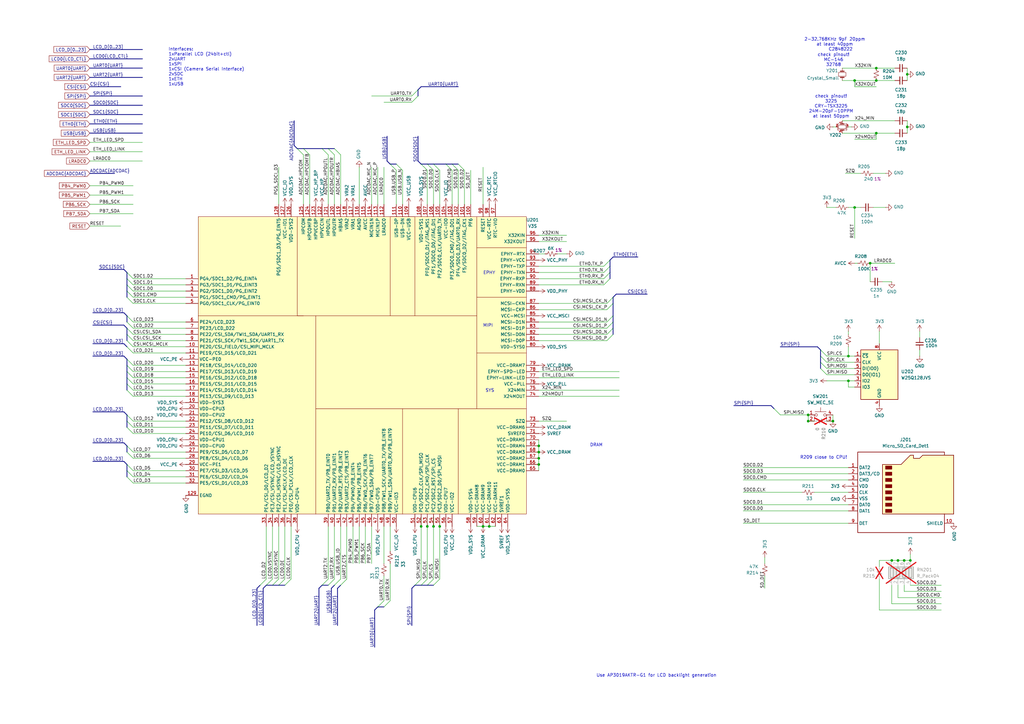
<source format=kicad_sch>
(kicad_sch (version 20231120) (generator "eeschema") (generator_version "8.0")
  (paper "A3")
  (title_block (date "2024-03-23"))
  (bus_alias "ADCDAC" (members "MIC_P" "MIC_N" "HBIAS" "HPOUTR" "HPOUTL" "HPCOM" "HPCOMFB"))
  (bus_alias "CSI" (members "MCSI_MCLK" "CSI_SCK" "CSI_SDA" "MCSI_D0_N" "MCSI_D0_P" "MCSI_D1_N" "MCSI_D1_P" "MCSI_CK_N" "MCSI_CK_P"))
  (bus_alias "ETH" (members "TX_P" "TX_N" "RX_P" "RX_N"))
  (bus_alias "I2C" (members "SDA" "SCL"))
  (bus_alias "LCD_CTL" (members "VSYNC" "HSYNC" "DE" "CLK"))
  (bus_alias "SDC" (members "D0" "D1" "D2" "D3" "CMD" "CLK"))
  (bus_alias "SPI" (members "CLK" "MISO" "MOSI" "CS"))
  (bus_alias "UART" (members "RX" "TX" "RTS" "CTS"))
  (bus_alias "USB" (members "USB_P" "USB_N" "USB_ID"))
  (junction (at 372.11 52.07))
  (junction (at 347.98 146.05))
  (junction (at 175.26 215.9))
  (junction (at 220.98 187.96))
  (junction (at 331.47 170.18))
  (junction (at 370.84 229.87))
  (junction (at 373.38 229.87))
  (junction (at 341.63 172.72))
  (junction (at 372.11 30.48))
  (junction (at 347.98 156.21))
  (junction (at 331.47 172.72))
  (junction (at 180.34 215.9))
  (junction (at 359.41 54.61))
  (junction (at 220.98 190.5))
  (junction (at 177.8 215.9))
  (junction (at 359.41 33.02))
  (junction (at 220.98 182.88))
  (junction (at 356.87 107.95))
  (junction (at 198.12 215.9))
  (junction (at 172.72 215.9))
  (junction (at 359.41 27.94))
  (junction (at 350.52 85.09))
  (junction (at 350.52 33.02))
  (junction (at 365.76 229.87))
  (junction (at 200.66 215.9))
  (junction (at 368.3 229.87))
  (junction (at 220.98 185.42))
  (bus_entry (at 160.02 67.31) (size 2.54 2.54))
  (bus_entry (at 52.07 116.84) (size 2.54 2.54))
  (bus_entry (at 52.07 172.72) (size 2.54 2.54))
  (bus_entry (at 52.07 129.54) (size 2.54 2.54))
  (bus_entry (at 250.19 106.68) (size -2.54 2.54))
  (bus_entry (at 132.08 240.03) (size 2.54 -2.54))
  (bus_entry (at 336.55 148.59) (size 2.54 2.54))
  (bus_entry (at 154.94 248.92) (size 2.54 -2.54))
  (bus_entry (at 52.07 182.88) (size 2.54 2.54))
  (bus_entry (at 52.07 137.16) (size 2.54 2.54))
  (bus_entry (at 52.07 154.94) (size 2.54 2.54))
  (bus_entry (at 52.07 139.7) (size 2.54 2.54))
  (bus_entry (at 172.72 67.31) (size 2.54 2.54))
  (bus_entry (at 52.07 111.76) (size 2.54 2.54))
  (bus_entry (at 52.07 132.08) (size 2.54 2.54))
  (bus_entry (at 185.42 67.31) (size 2.54 2.54))
  (bus_entry (at 251.46 129.54) (size -2.54 2.54))
  (bus_entry (at 250.19 111.76) (size -2.54 2.54))
  (bus_entry (at 336.55 146.05) (size 2.54 2.54))
  (bus_entry (at 251.46 134.62) (size -2.54 2.54))
  (bus_entry (at 52.07 175.26) (size 2.54 2.54))
  (bus_entry (at 52.07 147.32) (size 2.54 2.54))
  (bus_entry (at 134.62 60.96) (size 2.54 2.54))
  (bus_entry (at 170.18 240.03) (size 2.54 -2.54))
  (bus_entry (at 52.07 160.02) (size 2.54 2.54))
  (bus_entry (at 116.84 237.49) (size -2.54 2.54))
  (bus_entry (at 139.7 240.03) (size 2.54 -2.54))
  (bus_entry (at 171.45 39.37) (size -2.54 2.54))
  (bus_entry (at 317.5 167.64) (size 2.54 2.54))
  (bus_entry (at 52.07 195.58) (size 2.54 2.54))
  (bus_entry (at 172.72 240.03) (size 2.54 -2.54))
  (bus_entry (at 251.46 132.08) (size -2.54 2.54))
  (bus_entry (at 162.56 67.31) (size 2.54 2.54))
  (bus_entry (at 250.19 109.22) (size -2.54 2.54))
  (bus_entry (at 182.88 67.31) (size 2.54 2.54))
  (bus_entry (at 52.07 190.5) (size 2.54 2.54))
  (bus_entry (at 52.07 114.3) (size 2.54 2.54))
  (bus_entry (at 177.8 240.03) (size 2.54 -2.54))
  (bus_entry (at 251.46 121.92) (size -2.54 2.54))
  (bus_entry (at 52.07 170.18) (size 2.54 2.54))
  (bus_entry (at 137.16 60.96) (size 2.54 2.54))
  (bus_entry (at 175.26 67.31) (size 2.54 2.54))
  (bus_entry (at 114.3 237.49) (size -2.54 2.54))
  (bus_entry (at 171.45 36.83) (size -2.54 2.54))
  (bus_entry (at 157.48 248.92) (size 2.54 -2.54))
  (bus_entry (at 137.16 240.03) (size 2.54 -2.54))
  (bus_entry (at 251.46 137.16) (size -2.54 2.54))
  (bus_entry (at 52.07 193.04) (size 2.54 2.54))
  (bus_entry (at 52.07 149.86) (size 2.54 2.54))
  (bus_entry (at 52.07 152.4) (size 2.54 2.54))
  (bus_entry (at 52.07 119.38) (size 2.54 2.54))
  (bus_entry (at 106.68 240.03) (size 2.54 -2.54))
  (bus_entry (at 52.07 121.92) (size 2.54 2.54))
  (bus_entry (at 134.62 240.03) (size 2.54 -2.54))
  (bus_entry (at 52.07 142.24) (size 2.54 2.54))
  (bus_entry (at 124.46 60.96) (size 2.54 2.54))
  (bus_entry (at 111.76 237.49) (size -2.54 2.54))
  (bus_entry (at 187.96 67.31) (size 2.54 2.54))
  (bus_entry (at 175.26 240.03) (size 2.54 -2.54))
  (bus_entry (at 52.07 157.48) (size 2.54 2.54))
  (bus_entry (at 250.19 114.3) (size -2.54 2.54))
  (bus_entry (at 177.8 67.31) (size 2.54 2.54))
  (bus_entry (at 336.55 151.13) (size 2.54 2.54))
  (bus_entry (at 132.08 60.96) (size 2.54 2.54))
  (bus_entry (at 52.07 134.62) (size 2.54 2.54))
  (bus_entry (at 121.92 60.96) (size 2.54 2.54))
  (bus_entry (at 336.55 143.51) (size 2.54 2.54))
  (bus_entry (at 52.07 185.42) (size 2.54 2.54))
  (bus_entry (at 119.38 237.49) (size -2.54 2.54))
  (bus_entry (at 251.46 124.46) (size -2.54 2.54))
  (wire (pts (xy 152.4 39.37) (xy 168.91 39.37)))
  (wire (pts (xy 54.61 198.12) (xy 76.2 198.12)))
  (wire (pts (xy 36.83 80.01) (xy 54.61 80.01)))
  (wire (pts (xy 190.5 69.85) (xy 190.5 83.82)))
  (wire (pts (xy 350.52 33.02) (xy 350.52 35.56)))
  (wire (pts (xy 350.52 35.56) (xy 359.41 35.56)))
  (wire (pts (xy 154.94 83.82) (xy 154.94 68.58)))
  (wire (pts (xy 220.98 172.72) (xy 232.41 172.72)))
  (wire (pts (xy 331.47 172.72) (xy 334.01 172.72)))
  (wire (pts (xy 54.61 121.92) (xy 76.2 121.92)))
  (wire (pts (xy 198.12 215.9) (xy 200.66 215.9)))
  (wire (pts (xy 54.61 144.78) (xy 76.2 144.78)))
  (bus (pts (xy 46.99 71.12) (xy 36.83 71.12)))
  (wire (pts (xy 193.04 69.85) (xy 193.04 83.82)))
  (wire (pts (xy 359.41 54.61) (xy 367.03 54.61)))
  (bus (pts (xy 185.42 67.31) (xy 187.96 67.31)))
  (wire (pts (xy 372.11 49.53) (xy 372.11 52.07)))
  (wire (pts (xy 54.61 149.86) (xy 76.2 149.86)))
  (bus (pts (xy 50.8 140.97) (xy 52.07 142.24)))
  (wire (pts (xy 304.8 194.31) (xy 347.98 194.31)))
  (wire (pts (xy 187.96 69.85) (xy 187.96 83.82)))
  (wire (pts (xy 36.83 58.42) (xy 58.42 58.42)))
  (wire (pts (xy 373.38 240.03) (xy 386.08 240.03)))
  (wire (pts (xy 220.98 132.08) (xy 248.92 132.08)))
  (bus (pts (xy 120.65 59.69) (xy 121.92 60.96)))
  (wire (pts (xy 180.34 215.9) (xy 180.34 237.49)))
  (wire (pts (xy 304.8 209.55) (xy 347.98 209.55)))
  (bus (pts (xy 38.1 140.97) (xy 50.8 140.97)))
  (wire (pts (xy 54.61 185.42) (xy 76.2 185.42)))
  (bus (pts (xy 114.3 240.03) (xy 116.84 240.03)))
  (wire (pts (xy 365.76 229.87) (xy 368.3 229.87)))
  (bus (pts (xy 336.55 143.51) (xy 336.55 146.05)))
  (wire (pts (xy 152.4 83.82) (xy 152.4 68.58)))
  (bus (pts (xy 138.43 241.3) (xy 138.43 256.54)))
  (bus (pts (xy 52.07 116.84) (xy 52.07 119.38)))
  (wire (pts (xy 359.41 54.61) (xy 359.41 57.15)))
  (bus (pts (xy 38.1 146.05) (xy 50.8 146.05)))
  (wire (pts (xy 339.09 148.59) (xy 350.52 148.59)))
  (bus (pts (xy 158.75 66.04) (xy 158.75 55.88)))
  (bus (pts (xy 38.1 133.35) (xy 50.8 133.35)))
  (bus (pts (xy 36.83 54.61) (xy 58.42 54.61)))
  (bus (pts (xy 52.07 132.08) (xy 52.07 129.54)))
  (bus (pts (xy 107.95 241.3) (xy 107.95 256.54)))
  (wire (pts (xy 373.38 227.33) (xy 373.38 229.87)))
  (wire (pts (xy 180.34 212.09) (xy 180.34 215.9)))
  (wire (pts (xy 370.84 240.03) (xy 370.84 242.57)))
  (wire (pts (xy 195.58 215.9) (xy 198.12 215.9)))
  (wire (pts (xy 220.98 154.94) (xy 254 154.94)))
  (wire (pts (xy 134.62 83.82) (xy 134.62 63.5)))
  (bus (pts (xy 52.07 172.72) (xy 52.07 175.26)))
  (bus (pts (xy 52.07 147.32) (xy 52.07 149.86)))
  (bus (pts (xy 36.83 31.75) (xy 58.42 31.75)))
  (bus (pts (xy 50.8 128.27) (xy 52.07 129.54)))
  (wire (pts (xy 368.3 245.11) (xy 386.08 245.11)))
  (wire (pts (xy 372.11 27.94) (xy 372.11 30.48)))
  (wire (pts (xy 372.11 30.48) (xy 372.11 33.02)))
  (wire (pts (xy 54.61 160.02) (xy 76.2 160.02)))
  (wire (pts (xy 160.02 215.9) (xy 160.02 226.06)))
  (bus (pts (xy 36.83 24.13) (xy 58.42 24.13)))
  (wire (pts (xy 339.09 151.13) (xy 350.52 151.13)))
  (wire (pts (xy 360.68 232.41) (xy 360.68 229.87)))
  (wire (pts (xy 139.7 215.9) (xy 139.7 237.49)))
  (bus (pts (xy 250.19 106.68) (xy 250.19 109.22)))
  (wire (pts (xy 149.86 215.9) (xy 149.86 231.14)))
  (wire (pts (xy 127 63.5) (xy 127 83.82)))
  (wire (pts (xy 220.98 162.56) (xy 254 162.56)))
  (bus (pts (xy 36.83 46.99) (xy 58.42 46.99)))
  (wire (pts (xy 160.02 231.14) (xy 160.02 246.38)))
  (wire (pts (xy 220.98 116.84) (xy 247.65 116.84)))
  (bus (pts (xy 154.94 248.92) (xy 157.48 248.92)))
  (bus (pts (xy 252.73 120.65) (xy 251.46 121.92)))
  (bus (pts (xy 50.8 133.35) (xy 52.07 134.62)))
  (bus (pts (xy 250.19 106.68) (xy 251.46 105.41)))
  (wire (pts (xy 356.87 107.95) (xy 356.87 115.57)))
  (wire (pts (xy 177.8 215.9) (xy 177.8 237.49)))
  (wire (pts (xy 36.83 62.23) (xy 58.42 62.23)))
  (wire (pts (xy 54.61 195.58) (xy 76.2 195.58)))
  (wire (pts (xy 54.61 116.84) (xy 76.2 116.84)))
  (bus (pts (xy 251.46 134.62) (xy 251.46 137.16)))
  (wire (pts (xy 220.98 109.22) (xy 247.65 109.22)))
  (wire (pts (xy 304.8 196.85) (xy 347.98 196.85)))
  (wire (pts (xy 304.8 191.77) (xy 347.98 191.77)))
  (wire (pts (xy 54.61 132.08) (xy 76.2 132.08)))
  (wire (pts (xy 339.09 146.05) (xy 347.98 146.05)))
  (wire (pts (xy 220.98 180.34) (xy 220.98 182.88)))
  (wire (pts (xy 220.98 124.46) (xy 248.92 124.46)))
  (wire (pts (xy 220.98 152.4) (xy 254 152.4)))
  (bus (pts (xy 52.07 114.3) (xy 52.07 116.84)))
  (bus (pts (xy 38.1 168.91) (xy 50.8 168.91)))
  (bus (pts (xy 175.26 67.31) (xy 177.8 67.31)))
  (wire (pts (xy 339.09 172.72) (xy 341.63 172.72)))
  (wire (pts (xy 368.3 240.03) (xy 368.3 245.11)))
  (wire (pts (xy 157.48 83.82) (xy 157.48 68.58)))
  (wire (pts (xy 36.83 76.2) (xy 54.61 76.2)))
  (bus (pts (xy 111.76 240.03) (xy 114.3 240.03)))
  (bus (pts (xy 38.1 189.23) (xy 50.8 189.23)))
  (bus (pts (xy 172.72 35.56) (xy 187.96 35.56)))
  (bus (pts (xy 130.81 241.3) (xy 130.81 256.54)))
  (wire (pts (xy 175.26 69.85) (xy 175.26 83.82)))
  (wire (pts (xy 360.68 229.87) (xy 365.76 229.87)))
  (wire (pts (xy 313.69 236.22) (xy 313.69 241.3)))
  (bus (pts (xy 109.22 240.03) (xy 111.76 240.03)))
  (bus (pts (xy 120.65 59.69) (xy 120.65 49.53)))
  (wire (pts (xy 185.42 69.85) (xy 185.42 83.82)))
  (bus (pts (xy 50.8 189.23) (xy 52.07 190.5)))
  (wire (pts (xy 220.98 187.96) (xy 220.98 190.5)))
  (wire (pts (xy 377.19 135.89) (xy 377.19 138.43)))
  (wire (pts (xy 54.61 162.56) (xy 76.2 162.56)))
  (wire (pts (xy 142.24 215.9) (xy 142.24 237.49)))
  (bus (pts (xy 52.07 134.62) (xy 52.07 137.16)))
  (bus (pts (xy 154.94 248.92) (xy 153.67 250.19)))
  (wire (pts (xy 370.84 229.87) (xy 373.38 229.87)))
  (wire (pts (xy 320.04 170.18) (xy 331.47 170.18)))
  (wire (pts (xy 172.72 215.9) (xy 172.72 237.49)))
  (bus (pts (xy 124.46 60.96) (xy 132.08 60.96)))
  (wire (pts (xy 54.61 152.4) (xy 76.2 152.4)))
  (wire (pts (xy 198.12 83.82) (xy 198.12 68.58)))
  (bus (pts (xy 58.42 50.8) (xy 36.83 50.8)))
  (wire (pts (xy 220.98 99.06) (xy 232.41 99.06)))
  (bus (pts (xy 335.28 142.24) (xy 320.04 142.24)))
  (bus (pts (xy 251.46 124.46) (xy 251.46 129.54)))
  (wire (pts (xy 345.44 27.94) (xy 359.41 27.94)))
  (bus (pts (xy 134.62 60.96) (xy 137.16 60.96)))
  (bus (pts (xy 171.45 66.04) (xy 171.45 55.88)))
  (wire (pts (xy 361.95 115.57) (xy 365.76 115.57)))
  (wire (pts (xy 359.41 27.94) (xy 367.03 27.94)))
  (wire (pts (xy 157.48 41.91) (xy 168.91 41.91)))
  (wire (pts (xy 119.38 215.9) (xy 119.38 237.49)))
  (bus (pts (xy 121.92 60.96) (xy 124.46 60.96)))
  (wire (pts (xy 165.1 69.85) (xy 165.1 83.82)))
  (wire (pts (xy 137.16 83.82) (xy 137.16 63.5)))
  (bus (pts (xy 132.08 60.96) (xy 134.62 60.96)))
  (wire (pts (xy 347.98 135.89) (xy 347.98 137.16)))
  (wire (pts (xy 347.98 85.09) (xy 350.52 85.09)))
  (bus (pts (xy 316.23 166.37) (xy 317.5 167.64)))
  (wire (pts (xy 359.41 33.02) (xy 367.03 33.02)))
  (wire (pts (xy 304.8 207.01) (xy 347.98 207.01)))
  (wire (pts (xy 137.16 215.9) (xy 137.16 237.49)))
  (bus (pts (xy 336.55 146.05) (xy 336.55 148.59)))
  (wire (pts (xy 177.8 212.09) (xy 177.8 215.9)))
  (bus (pts (xy 168.91 241.3) (xy 168.91 256.54)))
  (bus (pts (xy 36.83 20.32) (xy 58.42 20.32)))
  (wire (pts (xy 304.8 214.63) (xy 347.98 214.63)))
  (wire (pts (xy 147.32 83.82) (xy 147.32 68.58)))
  (wire (pts (xy 347.98 156.21) (xy 347.98 158.75)))
  (wire (pts (xy 220.98 185.42) (xy 220.98 187.96)))
  (bus (pts (xy 171.45 36.83) (xy 171.45 39.37)))
  (bus (pts (xy 52.07 149.86) (xy 52.07 152.4)))
  (wire (pts (xy 358.14 71.12) (xy 363.22 71.12)))
  (wire (pts (xy 349.25 52.07) (xy 347.98 52.07)))
  (wire (pts (xy 144.78 215.9) (xy 144.78 231.14)))
  (bus (pts (xy 52.07 182.88) (xy 52.07 185.42)))
  (wire (pts (xy 347.98 146.05) (xy 350.52 146.05)))
  (wire (pts (xy 347.98 156.21) (xy 350.52 156.21)))
  (wire (pts (xy 334.01 201.93) (xy 347.98 201.93)))
  (wire (pts (xy 377.19 143.51) (xy 377.19 146.05)))
  (wire (pts (xy 54.61 175.26) (xy 76.2 175.26)))
  (wire (pts (xy 331.47 170.18) (xy 331.47 172.72)))
  (bus (pts (xy 158.75 66.04) (xy 160.02 67.31)))
  (wire (pts (xy 54.61 187.96) (xy 76.2 187.96)))
  (wire (pts (xy 200.66 215.9) (xy 203.2 215.9)))
  (wire (pts (xy 54.61 154.94) (xy 76.2 154.94)))
  (bus (pts (xy 52.07 190.5) (xy 52.07 193.04)))
  (wire (pts (xy 114.3 83.82) (xy 114.3 68.58)))
  (bus (pts (xy 52.07 152.4) (xy 52.07 154.94)))
  (wire (pts (xy 368.3 229.87) (xy 370.84 229.87)))
  (wire (pts (xy 346.71 71.12) (xy 353.06 71.12)))
  (wire (pts (xy 220.98 134.62) (xy 248.92 134.62)))
  (bus (pts (xy 52.07 119.38) (xy 52.07 121.92)))
  (wire (pts (xy 360.68 237.49) (xy 360.68 250.19)))
  (wire (pts (xy 134.62 215.9) (xy 134.62 237.49)))
  (wire (pts (xy 220.98 139.7) (xy 248.92 139.7)))
  (bus (pts (xy 168.91 241.3) (xy 170.18 240.03)))
  (wire (pts (xy 54.61 177.8) (xy 76.2 177.8)))
  (wire (pts (xy 350.52 107.95) (xy 351.79 107.95)))
  (wire (pts (xy 220.98 137.16) (xy 248.92 137.16)))
  (bus (pts (xy 153.67 250.19) (xy 153.67 265.43)))
  (bus (pts (xy 36.83 39.37) (xy 58.42 39.37)))
  (wire (pts (xy 36.83 66.04) (xy 58.42 66.04)))
  (bus (pts (xy 132.08 240.03) (xy 134.62 240.03)))
  (bus (pts (xy 105.41 241.3) (xy 106.68 240.03)))
  (bus (pts (xy 50.8 181.61) (xy 52.07 182.88)))
  (bus (pts (xy 251.46 121.92) (xy 251.46 124.46)))
  (wire (pts (xy 109.22 215.9) (xy 109.22 237.49)))
  (wire (pts (xy 350.52 85.09) (xy 350.52 97.79)))
  (wire (pts (xy 54.61 119.38) (xy 76.2 119.38)))
  (wire (pts (xy 356.87 107.95) (xy 367.03 107.95)))
  (wire (pts (xy 360.68 135.89) (xy 360.68 140.97)))
  (bus (pts (xy 172.72 67.31) (xy 175.26 67.31)))
  (bus (pts (xy 182.88 67.31) (xy 185.42 67.31)))
  (bus (pts (xy 52.07 137.16) (xy 52.07 139.7)))
  (wire (pts (xy 220.98 127) (xy 248.92 127)))
  (bus (pts (xy 251.46 129.54) (xy 251.46 132.08)))
  (wire (pts (xy 220.98 160.02) (xy 254 160.02)))
  (wire (pts (xy 36.83 83.82) (xy 54.61 83.82)))
  (bus (pts (xy 171.45 36.83) (xy 172.72 35.56)))
  (wire (pts (xy 220.98 182.88) (xy 220.98 185.42)))
  (bus (pts (xy 105.41 241.3) (xy 105.41 256.54)))
  (bus (pts (xy 52.07 154.94) (xy 52.07 157.48)))
  (wire (pts (xy 350.52 33.02) (xy 359.41 33.02)))
  (wire (pts (xy 36.83 87.63) (xy 54.61 87.63)))
  (bus (pts (xy 36.83 35.56) (xy 49.53 35.56)))
  (wire (pts (xy 345.44 54.61) (xy 359.41 54.61)))
  (wire (pts (xy 370.84 242.57) (xy 386.08 242.57)))
  (bus (pts (xy 50.8 146.05) (xy 52.07 147.32)))
  (wire (pts (xy 162.56 69.85) (xy 162.56 83.82)))
  (wire (pts (xy 172.72 212.09) (xy 172.72 215.9)))
  (bus (pts (xy 38.1 128.27) (xy 50.8 128.27)))
  (wire (pts (xy 220.98 114.3) (xy 247.65 114.3)))
  (bus (pts (xy 50.8 110.49) (xy 40.64 110.49)))
  (bus (pts (xy 170.18 240.03) (xy 172.72 240.03)))
  (wire (pts (xy 177.8 69.85) (xy 177.8 83.82)))
  (wire (pts (xy 313.69 228.6) (xy 313.69 231.14)))
  (wire (pts (xy 54.61 172.72) (xy 76.2 172.72)))
  (wire (pts (xy 54.61 134.62) (xy 76.2 134.62)))
  (wire (pts (xy 175.26 212.09) (xy 175.26 215.9)))
  (bus (pts (xy 50.8 110.49) (xy 52.07 111.76)))
  (bus (pts (xy 336.55 148.59) (xy 336.55 151.13)))
  (wire (pts (xy 54.61 139.7) (xy 76.2 139.7)))
  (wire (pts (xy 54.61 157.48) (xy 76.2 157.48)))
  (wire (pts (xy 342.9 52.07) (xy 341.63 52.07)))
  (wire (pts (xy 220.98 111.76) (xy 247.65 111.76)))
  (bus (pts (xy 50.8 168.91) (xy 52.07 170.18)))
  (wire (pts (xy 304.8 201.93) (xy 328.93 201.93)))
  (bus (pts (xy 130.81 241.3) (xy 132.08 240.03)))
  (wire (pts (xy 353.06 85.09) (xy 350.52 85.09)))
  (wire (pts (xy 228.6 104.14) (xy 232.41 104.14)))
  (wire (pts (xy 54.61 114.3) (xy 76.2 114.3)))
  (bus (pts (xy 175.26 240.03) (xy 177.8 240.03)))
  (wire (pts (xy 116.84 215.9) (xy 116.84 237.49)))
  (wire (pts (xy 220.98 104.14) (xy 223.52 104.14)))
  (wire (pts (xy 358.14 85.09) (xy 363.22 85.09)))
  (wire (pts (xy 157.48 215.9) (xy 157.48 231.14)))
  (wire (pts (xy 54.61 124.46) (xy 76.2 124.46)))
  (wire (pts (xy 339.09 156.21) (xy 347.98 156.21)))
  (wire (pts (xy 54.61 142.24) (xy 76.2 142.24)))
  (wire (pts (xy 345.44 33.02) (xy 350.52 33.02)))
  (wire (pts (xy 157.48 236.22) (xy 157.48 246.38)))
  (bus (pts (xy 251.46 105.41) (xy 261.62 105.41)))
  (wire (pts (xy 220.98 96.52) (xy 232.41 96.52)))
  (bus (pts (xy 251.46 132.08) (xy 251.46 134.62)))
  (wire (pts (xy 365.76 247.65) (xy 386.08 247.65)))
  (wire (pts (xy 111.76 215.9) (xy 111.76 237.49)))
  (wire (pts (xy 360.68 250.19) (xy 386.08 250.19)))
  (wire (pts (xy 347.98 142.24) (xy 347.98 146.05)))
  (bus (pts (xy 250.19 111.76) (xy 250.19 114.3)))
  (bus (pts (xy 316.23 166.37) (xy 300.99 166.37)))
  (bus (pts (xy 335.28 142.24) (xy 336.55 143.51)))
  (wire (pts (xy 114.3 215.9) (xy 114.3 237.49)))
  (wire (pts (xy 339.09 153.67) (xy 350.52 153.67)))
  (bus (pts (xy 52.07 157.48) (xy 52.07 160.02)))
  (wire (pts (xy 180.34 69.85) (xy 180.34 83.82)))
  (wire (pts (xy 152.4 215.9) (xy 152.4 231.14)))
  (bus (pts (xy 177.8 67.31) (xy 182.88 67.31)))
  (wire (pts (xy 341.63 170.18) (xy 341.63 172.72)))
  (bus (pts (xy 38.1 181.61) (xy 50.8 181.61)))
  (wire (pts (xy 139.7 83.82) (xy 139.7 63.5)))
  (wire (pts (xy 350.52 57.15) (xy 359.41 57.15)))
  (bus (pts (xy 135.89 241.3) (xy 135.89 251.46)))
  (bus (pts (xy 52.07 111.76) (xy 52.07 114.3)))
  (bus (pts (xy 172.72 240.03) (xy 175.26 240.03)))
  (bus (pts (xy 160.02 67.31) (xy 162.56 67.31)))
  (wire (pts (xy 49.53 92.71) (xy 36.83 92.71)))
  (bus (pts (xy 36.83 43.18) (xy 58.42 43.18)))
  (bus (pts (xy 250.19 109.22) (xy 250.19 111.76)))
  (wire (pts (xy 220.98 190.5) (xy 220.98 193.04)))
  (bus (pts (xy 107.95 241.3) (xy 109.22 240.03)))
  (wire (pts (xy 147.32 215.9) (xy 147.32 231.14)))
  (wire (pts (xy 124.46 63.5) (xy 124.46 83.82)))
  (bus (pts (xy 138.43 241.3) (xy 139.7 240.03)))
  (wire (pts (xy 339.09 85.09) (xy 342.9 85.09)))
  (wire (pts (xy 345.44 49.53) (xy 367.03 49.53)))
  (wire (pts (xy 54.61 193.04) (xy 76.2 193.04)))
  (wire (pts (xy 175.26 215.9) (xy 175.26 237.49)))
  (wire (pts (xy 372.11 52.07) (xy 372.11 54.61)))
  (bus (pts (xy 135.89 241.3) (xy 137.16 240.03)))
  (wire (pts (xy 54.61 137.16) (xy 76.2 137.16)))
  (wire (pts (xy 365.76 240.03) (xy 365.76 247.65)))
  (wire (pts (xy 347.98 158.75) (xy 350.52 158.75)))
  (bus (pts (xy 265.43 120.65) (xy 252.73 120.65)))
  (bus (pts (xy 52.07 193.04) (xy 52.07 195.58)))
  (bus (pts (xy 36.83 27.94) (xy 58.42 27.94)))
  (bus (pts (xy 52.07 170.18) (xy 52.07 172.72)))
  (bus (pts (xy 171.45 66.04) (xy 172.72 67.31)))
  (text "DRAM" (at 244.602 182.626 0) (effects (font (size 1.27 1.27))))
  (text "check pinout!\n3225\nCRY-TSX3225\n24M-20pF-10PPM\nat least 50ppm" (at 340.868 43.688 0) (effects (font (size 1.27 1.27))))
  (text "Interfaces:\n1xParallel LCD (24bit+ctl)\n2xUART\n1xSPI\n1xCSI (Camera Serial Interface)\n2xSDC\n1xETH\n1xUSB\n" (at 69.088 19.558 0) (effects (font (size 1.27 1.27)) (justify left top)))
  (text "EPHY\n" (at 200.66 112.014 0) (effects (font (size 1.27 1.27))))
  (text "2-32.768KHz 9pF 20ppm\nat least 40ppm\n	C2848222" (at 342.392 18.288 0) (effects (font (size 1.27 1.27))))
  (text "check pinout!\nMC-146\n32768" (at 341.884 24.638 0) (effects (font (size 1.27 1.27))))
  (text "R209 close to CPU!" (at 337.82 187.706 0) (effects (font (size 1.27 1.27))))
  (text "MIPI\n" (at 200.152 133.604 0) (effects (font (size 1.27 1.27))))
  (text "Use AP3019AKTR-G1 for LCD backlight generation" (at 269.24 277.114 0) (effects (font (size 1.27 1.27))))
  (text "SYS" (at 200.914 160.274 0) (effects (font (size 1.27 1.27))))
  (label "CSI.CSI_SCK" (at 54.61 139.7 0))
  (label "SDC0.D3" (at 375.92 242.57 0))
  (label "SPI.MOSI" (at 339.09 151.13 0))
  (label "SPI{SPI}" (at 300.99 166.37 0))
  (label "CSI.MCSI_D1_P" (at 234.95 134.62 0))
  (label "ETH0.TX_P" (at 237.49 109.22 0))
  (label "LCD_D[0..23]" (at 38.1 140.97 0))
  (label "SPI.MISO" (at 172.72 237.49 90))
  (label "LCD0.VSYNC" (at 111.76 237.49 90))
  (label "SPI.MISO" (at 321.31 170.18 0))
  (label "ETH0.RX_P" (at 237.49 114.3 0))
  (label "LCD_D[0..23]" (at 38.1 20.32 0))
  (label "SZQ" (at 346.71 71.12 0))
  (label "SDC1.CLK" (at 54.61 124.46 0))
  (label "UART2{UART}" (at 38.1 31.75 0))
  (label "LCD_D19" (at 54.61 152.4 0))
  (label "ADCDAC.MIC_N" (at 152.4 80.01 90))
  (label "CSI.MCSI_D0_P" (at 234.95 139.7 0))
  (label "UART2{UART}" (at 130.81 256.54 90))
  (label "CSI.MCSI_MCLK" (at 54.61 142.24 0))
  (label "LCD_D[0..23]" (at 38.1 146.05 0))
  (label "SDC0{SDC}" (at 38.1 43.18 0))
  (label "SD_DET" (at 313.69 241.3 90))
  (label "SDC0.D0" (at 304.8 209.55 0))
  (label "RESET" (at 350.52 97.79 90))
  (label "SDC0.D3" (at 304.8 194.31 0))
  (label "ETH_LED_LINK" (at 38.1 62.23 0))
  (label "SDC1.D0" (at 54.61 119.38 0))
  (label "CSI.MCSI_CK_P" (at 234.95 127 0))
  (label "LCD0{LCD_CTL}" (at 107.95 256.54 90))
  (label "SDC0.CMD" (at 185.42 78.74 90))
  (label "LCD_D12" (at 54.61 172.72 0))
  (label "UART0{UART}" (at 38.1 27.94 0))
  (label "RESET" (at 36.83 92.71 0))
  (label "ADCDAC.HPCOM" (at 124.46 80.01 90))
  (label "X24_MIN" (at 350.52 49.53 0))
  (label "PB6_SCK" (at 149.86 231.14 90))
  (label "SDC0.D1" (at 304.8 207.01 0))
  (label "SPI.CS" (at 177.8 237.49 90))
  (label "UART2.RX" (at 137.16 237.49 90))
  (label "SDC0.CLK" (at 304.8 201.93 0))
  (label "ETH0.TX_N" (at 237.49 111.76 0))
  (label "LCD0.CLK" (at 119.38 237.49 90))
  (label "LCD_D[0..23]" (at 38.1 181.61 0))
  (label "LCD_D2" (at 109.22 237.49 90))
  (label "ETH0.RX_N" (at 237.49 116.84 0))
  (label "LCD_D[0..23]" (at 105.41 254 90))
  (label "PB4_PWM0" (at 144.78 231.14 90))
  (label "ETH0{ETH}" (at 251.46 105.41 0))
  (label "SD_DET" (at 304.8 214.63 0))
  (label "LCD_D7" (at 54.61 185.42 0))
  (label "LCD_D20" (at 54.61 149.86 0))
  (label "LCD0.DE" (at 116.84 237.49 90))
  (label "UART0.RX" (at 160.02 246.38 90))
  (label "LCD_D[0..23]" (at 38.1 128.27 0))
  (label "SDC0.D3" (at 187.96 77.47 90))
  (label "SDC0.D0" (at 177.8 77.47 90))
  (label "ADCDAC.HBIAS" (at 139.7 80.01 90))
  (label "UART2.CTS" (at 142.24 237.49 90))
  (label "LCD_D21" (at 54.61 144.78 0))
  (label "ADCDAC.MIC_P" (at 154.94 80.01 90))
  (label "SDC1{SDC}" (at 40.64 110.49 0))
  (label "CSI{CSI}" (at 36.83 35.56 0))
  (label "SDC0.D1" (at 175.26 77.47 90))
  (label "USB{USB}" (at 158.75 55.88 270))
  (label "X24MOUT" (at 222.25 162.56 0))
  (label "LRADC0" (at 38.1 66.04 0))
  (label "CSI.MCSI_CK_N" (at 234.95 124.46 0))
  (label "SPI.MISO" (at 339.09 153.67 0))
  (label "LCD_D6" (at 54.61 187.96 0))
  (label "X32KOUT" (at 350.52 35.56 0))
  (label "CSI.MCSI_D1_N" (at 234.95 132.08 0))
  (label "SPI{SPI}" (at 320.04 142.24 0))
  (label "LCD_D23" (at 54.61 132.08 0))
  (label "LCD_D3" (at 54.61 198.12 0))
  (label "LCD0{LCD_CTL}" (at 38.1 24.13 0))
  (label "USB{USB}" (at 135.89 251.46 90))
  (label "SDC0.CMD" (at 304.8 196.85 0))
  (label "LCD_D13" (at 54.61 162.56 0))
  (label "X24MOUT" (at 350.52 57.15 0))
  (label "SDC1{SDC}" (at 38.1 46.99 0))
  (label "LCD_D18" (at 54.61 154.94 0))
  (label "SDC1.CMD" (at 54.61 121.92 0))
  (label "CSI{CSI}" (at 265.43 120.65 180))
  (label "LRADC0" (at 365.76 107.95 180))
  (label "ETH_LED_LINK" (at 222.25 154.94 0))
  (label "PB7_SDA" (at 152.4 231.14 90))
  (label "SPI.CLK" (at 339.09 148.59 0))
  (label "UART0.TX" (at 157.48 246.38 90))
  (label "USB.USB_N" (at 165.1 80.01 90))
  (label "LCD_D15" (at 54.61 157.48 0))
  (label "SZQ" (at 222.25 172.72 0))
  (label "USB.USB_P" (at 162.56 80.01 90))
  (label "SPI{SPI}" (at 38.1 39.37 0))
  (label "CSI.CSI_SDA" (at 54.61 137.16 0))
  (label "SPI.CLK" (at 175.26 237.49 90))
  (label "SDC0.D0" (at 375.92 250.19 0))
  (label "SDC0.D2" (at 304.8 191.77 0))
  (label "UART2{UART}" (at 138.43 256.54 90))
  (label "SPI.MOSI" (at 180.34 237.49 90))
  (label "UART0{UART}" (at 187.96 35.56 180))
  (label "RESET" (at 198.12 78.74 90))
  (label "LCD_D14" (at 54.61 160.02 0))
  (label "CSI.MCSI_D0_N" (at 234.95 137.16 0))
  (label "SDC0.D1" (at 375.92 247.65 0))
  (label "UART0{UART}" (at 153.67 265.43 90))
  (label "SPI{SPI}" (at 168.91 256.54 90))
  (label "USB{USB}" (at 38.1 54.61 0))
  (label "LRADC0" (at 157.48 80.01 90))
  (label "X32KIN" (at 350.52 27.94 0))
  (label "SDC1.D1" (at 54.61 116.84 0))
  (label "ADCDAC{ADCDAC}" (at 120.65 49.53 270))
  (label "LCD_D[0..23]" (at 38.1 189.23 0))
  (label "LCD_D10" (at 54.61 177.8 0))
  (label "UART0.TX" (at 168.91 39.37 180))
  (label "ETH_LED_SPD" (at 38.1 58.42 0))
  (label "ADCDAC.HPOUTL" (at 134.62 80.01 90))
  (label "ETH0{ETH}" (at 48.26 50.8 180))
  (label "USB.USB_ID" (at 139.7 224.79 270))
  (label "LCD_D4" (at 54.61 195.58 0))
  (label "SDC0.D2" (at 375.92 240.03 0))
  (label "SPI.CS" (at 339.09 146.05 0))
  (label "LCD0.HSYNC" (at 114.3 237.49 90))
  (label "SD_DET" (at 193.04 77.47 90))
  (label "LCD_D11" (at 54.61 175.26 0))
  (label "ADCDAC.HPCOMFB" (at 127 80.01 90))
  (label "SDC0{SDC}" (at 171.45 55.88 270))
  (label "ADCDAC.HPOUTR" (at 137.16 80.01 90))
  (label "PB6_SCK" (at 40.64 83.82 0))
  (label "SDC0.CLK" (at 180.34 78.74 90))
  (label "X32KOUT" (at 222.25 99.06 0))
  (label "UART0.RX" (at 168.91 41.91 180))
  (label "LCD_D[0..23]" (at 38.1 168.91 0))
  (label "SDC1.D2" (at 54.61 114.3 0))
  (label "ADCDAC{ADCDAC}" (at 36.83 71.12 0))
  (label "PB7_SDA" (at 40.64 87.63 0))
  (label "PB5_PWM1" (at 147.32 231.14 90))
  (label "LCD_D22" (at 54.61 134.62 0))
  (label "PB4_PWM0" (at 40.64 76.2 0))
  (label "X24_MIN" (at 222.25 160.02 0))
  (label "ETH_LED_SPD" (at 222.25 152.4 0))
  (label "LCD_D5" (at 54.61 193.04 0))
  (label "CSI{CSI}" (at 38.1 133.35 0))
  (label "PG5_SDCI_D3" (at 114.3 80.01 90))
  (label "SDC0.CMD" (at 375.92 245.11 0))
  (label "UART2.TX" (at 134.62 237.49 90))
  (label "X32KIN" (at 222.25 96.52 0))
  (label "SDC0.D2" (at 190.5 77.47 90))
  (label "PB5_PWM1" (at 40.64 80.01 0))
  (global_label "LCD0{LCD_CTL}" (shape input) (at 36.83 24.13 180) (property "Intersheetrefs" "${INTERSHEET_REFS}" (effects (hide yes))))
  (global_label "ADCDAC{ADCDAC}" (shape input) (at 36.83 71.12 180) (property "Intersheetrefs" "${INTERSHEET_REFS}" (effects (hide yes))))
  (global_label "UART0{UART}" (shape input) (at 36.83 27.94 180) (property "Intersheetrefs" "${INTERSHEET_REFS}" (effects (hide yes))))
  (global_label "PB4_PWM0" (shape input) (at 36.83 76.2 180) (property "Intersheetrefs" "${INTERSHEET_REFS}" (effects (hide yes))))
  (global_label "CSI{CSI}" (shape input) (at 36.83 35.56 180) (property "Intersheetrefs" "${INTERSHEET_REFS}" (effects (hide yes))))
  (global_label "USB{USB}" (shape input) (at 36.83 54.61 180) (property "Intersheetrefs" "${INTERSHEET_REFS}" (effects (hide yes))))
  (global_label "SDC1{SDC}" (shape input) (at 36.83 46.99 180) (property "Intersheetrefs" "${INTERSHEET_REFS}" (effects (hide yes))))
  (global_label "PB5_PWM1" (shape input) (at 36.83 80.01 180) (property "Intersheetrefs" "${INTERSHEET_REFS}" (effects (hide yes))))
  (global_label "RESET" (shape input) (at 36.83 92.71 180) (property "Intersheetrefs" "${INTERSHEET_REFS}" (effects (hide yes))))
  (global_label "LCD_D[0..23]" (shape input) (at 36.83 20.32 180) (property "Intersheetrefs" "${INTERSHEET_REFS}" (effects (hide yes))))
  (global_label "ETH0{ETH}" (shape input) (at 36.83 50.8 180) (property "Intersheetrefs" "${INTERSHEET_REFS}" (effects (hide yes))))
  (global_label "ETH_LED_LINK" (shape input) (at 36.83 62.23 180) (property "Intersheetrefs" "${INTERSHEET_REFS}" (effects (hide yes))))
  (global_label "UART2{UART}" (shape input) (at 36.83 31.75 180) (property "Intersheetrefs" "${INTERSHEET_REFS}" (effects (hide yes))))
  (global_label "SDC0{SDC}" (shape input) (at 36.83 43.18 180) (property "Intersheetrefs" "${INTERSHEET_REFS}" (effects (hide yes))))
  (global_label "SPI{SPI}" (shape input) (at 36.83 39.37 180) (property "Intersheetrefs" "${INTERSHEET_REFS}" (effects (hide yes))))
  (global_label "PB6_SCK" (shape input) (at 36.83 83.82 180) (property "Intersheetrefs" "${INTERSHEET_REFS}" (effects (hide yes))))
  (global_label "ETH_LED_SPD" (shape input) (at 36.83 58.42 180) (property "Intersheetrefs" "${INTERSHEET_REFS}" (effects (hide yes))))
  (global_label "PB7_SDA" (shape input) (at 36.83 87.63 180) (property "Intersheetrefs" "${INTERSHEET_REFS}" (effects (hide yes))))
  (global_label "LRADC0" (shape input) (at 36.83 66.04 180) (property "Intersheetrefs" "${INTERSHEET_REFS}" (effects (hide yes))))
  (symbol (lib_id "power:VCC") (at 76.2 170.18 90) (unit 1)
    (property "Reference" "#PWR0239" (effects (hide yes)))
    (property "Value" "VDD_CPU" (at 72.898 170.18 90) (effects (justify left)))
    (property "Description" "Power symbol creates a global label with name \"VCC\"" (effects (hide yes)))
  )
  (symbol (lib_id "Device:Crystal_Small") (at 345.44 30.48 270) (unit 1)
    (property "Reference" "Y201" (at 338.836 28.956 90) (effects (justify left)))
    (property "Value" "Crystal_Small" (at 330.962 32.004 90) (effects (justify left)))
    (property "Footprint" "Crystal:Crystal_SMD_3215-2Pin_3.2x1.5mm" (effects (hide yes)))
    (property "Description" "Two pin crystal, small symbol" (effects (hide yes)))
    (property "LCSC" "C2848222" (effects (hide yes)))
  )
  (symbol (lib_id "power:VCC") (at 220.98 106.68 270) (unit 1)
    (property "Reference" "#PWR0222" (effects (hide yes)))
    (property "Value" "VCC_PHY" (at 224.282 106.68 90) (effects (justify left)))
    (property "Description" "Power symbol creates a global label with name \"VCC\"" (effects (hide yes)))
  )
  (symbol (lib_id "power:VCC") (at 76.2 190.5 90) (unit 1)
    (property "Reference" "#PWR0246" (effects (hide yes)))
    (property "Value" "VCC_PE" (at 72.898 190.5 90) (effects (justify left)))
    (property "Description" "Power symbol creates a global label with name \"VCC\"" (effects (hide yes)))
  )
  (symbol (lib_id "Device:R_Small_US") (at 157.48 233.68 180) (unit 1)
    (property "Reference" "R213" (at 154.686 232.41 90) (effects (justify left)))
    (property "Value" "33" (at 152.654 234.95 90) (effects (justify left)))
    (property "Footprint" "Resistor_SMD:R_0402_1005Metric" (effects (hide yes)))
    (property "Description" "Resistor, small US symbol" (effects (hide yes)))
  )
  (symbol (lib_id "power:VCC") (at 76.2 167.64 90) (unit 1)
    (property "Reference" "#PWR0238" (effects (hide yes)))
    (property "Value" "VDD_CPU" (at 72.898 167.64 90) (effects (justify left)))
    (property "Description" "Power symbol creates a global label with name \"VCC\"" (effects (hide yes)))
  )
  (symbol (lib_id "power:VCC") (at 220.98 119.38 270) (unit 1)
    (property "Reference" "#PWR0225" (effects (hide yes)))
    (property "Value" "VDD_PHY" (at 224.282 119.38 90) (effects (justify left)))
    (property "Description" "Power symbol creates a global label with name \"VCC\"" (effects (hide yes)))
  )
  (symbol (lib_id "power:VCC") (at 116.84 83.82 0) (unit 1)
    (property "Reference" "#PWR0207" (effects (hide yes)))
    (property "Value" "VCC_IO" (at 116.84 80.518 90) (effects (justify left)))
    (property "Description" "Power symbol creates a global label with name \"VCC\"" (effects (hide yes)))
  )
  (symbol (lib_id "Device:Crystal_GND24_Small") (at 345.44 52.07 270) (unit 1)
    (property "Reference" "Y202" (at 342.646 55.372 90))
    (property "Value" "Crystal_GND24_Small" (effects (hide yes)))
    (property "Footprint" "Crystal:Crystal_SMD_2520-4Pin_2.5x2.0mm" (effects (hide yes)))
    (property "Description" "Four pin crystal, GND on pins 2 and 4, small symbol" (effects (hide yes)))
  )
  (symbol (lib_id "power:VCC") (at 220.98 149.86 270) (unit 1)
    (property "Reference" "#PWR0233" (effects (hide yes)))
    (property "Value" "VCC_DRAM" (at 224.282 149.86 90) (effects (justify left)))
    (property "Description" "Power symbol creates a global label with name \"VCC\"" (effects (hide yes)))
  )
  (symbol (lib_id "power:VCC") (at 220.98 157.48 270) (unit 1)
    (property "Reference" "#PWR0235" (effects (hide yes)))
    (property "Value" "VCC_PLL" (at 224.282 157.48 90) (effects (justify left)))
    (property "Description" "Power symbol creates a global label with name \"VCC\"" (effects (hide yes)))
  )
  (symbol (lib_id "power:VCC") (at 121.92 215.9 180) (unit 1)
    (property "Reference" "#PWR0251" (effects (hide yes)))
    (property "Value" "VDD_CPU" (at 121.92 219.202 90) (effects (justify left)))
    (property "Description" "Power symbol creates a global label with name \"VCC\"" (effects (hide yes)))
  )
  (symbol (lib_id "Device:C_Small") (at 377.19 140.97 0) (unit 1)
    (property "Reference" "C236" (at 381.762 139.7 0))
    (property "Value" "100n" (at 382.016 141.732 0))
    (property "Footprint" "Capacitor_SMD:C_0402_1005Metric" (effects (hide yes)))
    (property "Description" "Unpolarized capacitor, small symbol" (effects (hide yes)))
  )
  (symbol (lib_id "power:VCC") (at 167.64 83.82 0) (unit 1)
    (property "Reference" "#PWR0214" (effects (hide yes)))
    (property "Value" "VCC_USB" (at 167.64 80.518 90) (effects (justify left)))
    (property "Description" "Power symbol creates a global label with name \"VCC\"" (effects (hide yes)))
  )
  (symbol (lib_id "power:VCC") (at 129.54 83.82 0) (unit 1)
    (property "Reference" "#PWR0209" (effects (hide yes)))
    (property "Value" "VCC_HP_BP" (at 129.54 80.518 90) (effects (justify left)))
    (property "Description" "Power symbol creates a global label with name \"VCC\"" (effects (hide yes)))
  )
  (symbol (lib_id "power:VCC") (at 172.72 83.82 0) (unit 1)
    (property "Reference" "#PWR0215" (effects (hide yes)))
    (property "Value" "VDD_SYS" (at 172.72 80.518 90) (effects (justify left)))
    (property "Description" "Power symbol creates a global label with name \"VCC\"" (effects (hide yes)))
  )
  (symbol (lib_id "Device:R_Small_US") (at 160.02 228.6 180) (unit 1)
    (property "Reference" "R212" (at 162.814 227.584 90) (effects (justify left)))
    (property "Value" "33" (at 165.354 230.124 90) (effects (justify left)))
    (property "Footprint" "Resistor_SMD:R_0402_1005Metric" (effects (hide yes)))
    (property "Description" "Resistor, small US symbol" (effects (hide yes)))
  )
  (symbol (lib_id "Device:C_Small") (at 369.57 54.61 270) (unit 1)
    (property "Reference" "C233" (at 369.57 58.42 90))
    (property "Value" "18p" (at 369.57 60.96 90))
    (property "Footprint" "Capacitor_SMD:C_0402_1005Metric" (effects (hide yes)))
    (property "Description" "Unpolarized capacitor, small symbol" (effects (hide yes)))
  )
  (symbol (lib_id "power:VCC") (at 198.12 215.9 180) (unit 1)
    (property "Reference" "#PWR0258" (effects (hide yes)))
    (property "Value" "VCC_DRAM" (at 198.12 219.202 90) (effects (justify left)))
    (property "Description" "Power symbol creates a global label with name \"VCC\"" (effects (hide yes)))
  )
  (symbol (lib_id "power:GND") (at 360.68 166.37 0) (unit 1)
    (property "Reference" "#PWR0237" (effects (hide yes)))
    (property "Value" "GND" (at 362.712 170.434 0) (effects (justify right)))
    (property "Description" "Power symbol creates a global label with name \"GND\" , ground" (effects (hide yes)))
  )
  (symbol (lib_id "power:VCC") (at 144.78 83.82 0) (unit 1)
    (property "Reference" "#PWR0212" (effects (hide yes)))
    (property "Value" "VRA1" (at 144.78 80.518 90) (effects (justify left)))
    (property "Description" "Power symbol creates a global label with name \"VCC\"" (effects (hide yes)))
  )
  (symbol (lib_id "power:VCC") (at 360.68 135.89 0) (unit 1)
    (property "Reference" "#PWR0228" (effects (hide yes)))
    (property "Value" "3V3" (at 358.902 131.826 0) (effects (justify left)))
    (property "Description" "Power symbol creates a global label with name \"VCC\"" (effects (hide yes)))
  )
  (symbol (lib_id "power:VCC") (at 76.2 165.1 90) (unit 1)
    (property "Reference" "#PWR0236" (effects (hide yes)))
    (property "Value" "VDD_SYS" (at 72.898 165.1 90) (effects (justify left)))
    (property "Description" "Power symbol creates a global label with name \"VCC\"" (effects (hide yes)))
  )
  (symbol (lib_id "power:GND") (at 341.63 52.07 270) (unit 1)
    (property "Reference" "#PWR0202" (effects (hide yes)))
    (property "Value" "GND" (at 338.328 52.324 90) (effects (justify right)))
    (property "Description" "Power symbol creates a global label with name \"GND\" , ground" (effects (hide yes)))
  )
  (symbol (lib_id "power:VCC") (at 208.28 215.9 180) (unit 1)
    (property "Reference" "#PWR0260" (effects (hide yes)))
    (property "Value" "VDD_SYS" (at 208.28 219.202 90) (effects (justify left)))
    (property "Description" "Power symbol creates a global label with name \"VCC\"" (effects (hide yes)))
  )
  (symbol (lib_id "Device:R_Pack04") (at 370.84 234.95 0) (unit 1) (dnp yes)
    (property "Reference" "RN201" (at 375.92 233.6799 0) (effects (justify left)))
    (property "Value" "R_Pack04" (at 375.92 236.2199 0) (effects (justify left)))
    (property "Footprint" "Resistor_SMD:R_Array_Concave_4x0402" (effects (hide yes)))
    (property "Description" "4 resistor network, parallel topology" (effects (hide yes)))
  )
  (symbol (lib_id "Device:R_Small_US") (at 226.06 104.14 90) (unit 1)
    (property "Reference" "R207" (at 223.774 102.87 90) (effects (justify left)))
    (property "Value" "6K" (at 227.33 101.854 90) (effects (justify left)))
    (property "Footprint" "Resistor_SMD:R_0402_1005Metric" (effects (hide yes)))
    (property "Description" "Resistor, small US symbol" (effects (hide yes)))
    (property "Precision" "1%" (at 229.108 102.616 90))
  )
  (symbol (lib_id "power:VCC") (at 203.2 83.82 0) (unit 1)
    (property "Reference" "#PWR0218" (effects (hide yes)))
    (property "Value" "VCC_RTCIO" (at 203.2 80.518 90) (effects (justify left)))
    (property "Description" "Power symbol creates a global label with name \"VCC\"" (effects (hide yes)))
  )
  (symbol (lib_id "Device:C_Small") (at 359.41 115.57 270) (unit 1)
    (property "Reference" "C235" (at 359.41 118.872 90))
    (property "Value" "1n" (at 359.41 121.412 90))
    (property "Footprint" "Capacitor_SMD:C_0402_1005Metric" (effects (hide yes)))
    (property "Description" "Unpolarized capacitor, small symbol" (effects (hide yes)))
  )
  (symbol (lib_id "power:VCC") (at 347.98 135.89 0) (unit 1)
    (property "Reference" "#PWR0227" (effects (hide yes)))
    (property "Value" "3V3" (at 346.202 131.826 0) (effects (justify left)))
    (property "Description" "Power symbol creates a global label with name \"VCC\"" (effects (hide yes)))
  )
  (symbol (lib_id "power:VCC") (at 347.98 199.39 90) (unit 1)
    (property "Reference" "#PWR0247" (effects (hide yes)))
    (property "Value" "3V3" (at 344.424 199.39 90) (effects (justify left)))
    (property "Description" "Power symbol creates a global label with name \"VCC\"" (effects (hide yes)))
  )
  (symbol (lib_id "Device:R_Small_US") (at 331.47 201.93 90) (unit 1)
    (property "Reference" "R211" (at 334.01 199.39 90) (effects (justify left)))
    (property "Value" "33" (at 333.248 204.47 90) (effects (justify left)))
    (property "Footprint" "Resistor_SMD:R_0603_1608Metric" (effects (hide yes)))
    (property "Description" "Resistor, small US symbol" (effects (hide yes)))
  )
  (symbol (lib_id "Device:R_Small_US") (at 336.55 172.72 270) (unit 1) (dnp yes)
    (property "Reference" "R210" (at 337.8201 175.26 0) (effects (justify left)))
    (property "Value" "0" (at 335.2801 175.26 0) (effects (justify left)))
    (property "Footprint" "Resistor_SMD:R_0402_1005Metric" (effects (hide yes)))
    (property "Description" "Resistor, small US symbol" (effects (hide yes)))
    (property "Precision" "1%" (effects (hide yes)))
  )
  (symbol (lib_id "power:VCC") (at 182.88 83.82 0) (unit 1)
    (property "Reference" "#PWR0216" (effects (hide yes)))
    (property "Value" "VCC_IO" (at 182.88 80.518 90) (effects (justify left)))
    (property "Description" "Power symbol creates a global label with name \"VCC\"" (effects (hide yes)))
  )
  (symbol (lib_id "power:GND") (at 349.25 52.07 90) (unit 1)
    (property "Reference" "#PWR0203" (effects (hide yes)))
    (property "Value" "GND" (at 352.552 51.816 90) (effects (justify right)))
    (property "Description" "Power symbol creates a global label with name \"GND\" , ground" (effects (hide yes)))
  )
  (symbol (lib_id "Device:C_Small") (at 369.57 27.94 270) (unit 1)
    (property "Reference" "C230" (at 369.5636 21.59 90))
    (property "Value" "18p" (at 369.5636 24.13 90))
    (property "Footprint" "Capacitor_SMD:C_0402_1005Metric" (effects (hide yes)))
    (property "Description" "Unpolarized capacitor, small symbol" (effects (hide yes)))
  )
  (symbol (lib_id "power:GND") (at 232.41 104.14 90) (unit 1)
    (property "Reference" "#PWR0221" (effects (hide yes)))
    (property "Value" "GND" (at 235.712 103.886 90) (effects (justify right)))
    (property "Description" "Power symbol creates a global label with name \"GND\" , ground" (effects (hide yes)))
  )
  (symbol (lib_id "power:VCC") (at 373.38 227.33 0) (unit 1)
    (property "Reference" "#PWR0261" (effects (hide yes)))
    (property "Value" "3V3" (at 373.38 223.774 90) (effects (justify left)))
    (property "Description" "Power symbol creates a global label with name \"VCC\"" (effects (hide yes)))
  )
  (symbol (lib_id "power:VCC") (at 76.2 180.34 90) (unit 1)
    (property "Reference" "#PWR0243" (effects (hide yes)))
    (property "Value" "VDD_CPU" (at 72.898 180.34 90) (effects (justify left)))
    (property "Description" "Power symbol creates a global label with name \"VCC\"" (effects (hide yes)))
  )
  (symbol (lib_id "power:VCC") (at 185.42 215.9 180) (unit 1)
    (property "Reference" "#PWR0256" (effects (hide yes)))
    (property "Value" "VCC_IO" (at 185.42 219.202 90) (effects (justify left)))
    (property "Description" "Power symbol creates a global label with name \"VCC\"" (effects (hide yes)))
  )
  (symbol (lib_id "power:VCC") (at 76.2 147.32 90) (unit 1)
    (property "Reference" "#PWR0232" (effects (hide yes)))
    (property "Value" "VCC_PE" (at 72.898 147.32 90) (effects (justify left)))
    (property "Description" "Power symbol creates a global label with name \"VCC\"" (effects (hide yes)))
  )
  (symbol (lib_id "Device:C_Small") (at 369.57 49.53 270) (unit 1)
    (property "Reference" "C232" (at 369.5636 43.18 90))
    (property "Value" "18p" (at 369.5636 45.72 90))
    (property "Footprint" "Capacitor_SMD:C_0402_1005Metric" (effects (hide yes)))
    (property "Description" "Unpolarized capacitor, small symbol" (effects (hide yes)))
  )
  (symbol (lib_id "power:GND") (at 76.2 203.2 0) (unit 1)
    (property "Reference" "#PWR0248" (effects (hide yes)))
    (property "Value" "GND" (at 76.454 206.502 90) (effects (justify right)))
    (property "Description" "Power symbol creates a global label with name \"GND\" , ground" (effects (hide yes)))
  )
  (symbol (lib_id "power:VCC") (at 170.18 215.9 180) (unit 1)
    (property "Reference" "#PWR0254" (effects (hide yes)))
    (property "Value" "VDD_CPU" (at 170.18 219.202 90) (effects (justify left)))
    (property "Description" "Power symbol creates a global label with name \"VCC\"" (effects (hide yes)))
  )
  (symbol (lib_id "power:GND") (at 365.76 115.57 0) (unit 1)
    (property "Reference" "#PWR0224" (effects (hide yes)))
    (property "Value" "GND" (at 367.792 119.634 0) (effects (justify right)))
    (property "Description" "Power symbol creates a global label with name \"GND\" , ground" (effects (hide yes)))
  )
  (symbol (lib_id "power:VCC") (at 220.98 185.42 270) (unit 1)
    (property "Reference" "#PWR0245" (effects (hide yes)))
    (property "Value" "VCC_DRAM" (at 224.282 185.42 90) (effects (justify left)))
    (property "Description" "Power symbol creates a global label with name \"VCC\"" (effects (hide yes)))
  )
  (symbol (lib_id "Switch:SW_MEC_5E") (at 336.55 172.72 0) (unit 1)
    (property "Reference" "SW201" (at 336.55 162.56 0))
    (property "Value" "SW_MEC_5E" (at 336.55 165.1 0))
    (property "Footprint" "v3s-devboard-module:SW_SKRPACE010" (effects (hide yes)))
    (property "Datasheet" "http://www.apem.com/int/index.php?controller=attachment&id_attachment=1371" (effects (hide yes)))
    (property "Description" "MEC 5E single pole normally-open tactile switch" (effects (hide yes)))
    (property "LCSC" "C139797" (effects (hide yes)))
  )
  (symbol (lib_id "Device:C_Small") (at 355.6 85.09 270) (unit 1)
    (property "Reference" "C234" (at 355.6 88.392 90))
    (property "Value" "100n" (at 355.6 90.932 90))
    (property "Footprint" "Capacitor_SMD:C_0402_1005Metric" (effects (hide yes)))
    (property "Description" "Unpolarized capacitor, small symbol" (effects (hide yes)))
  )
  (symbol (lib_id "power:VCC") (at 220.98 175.26 270) (unit 1)
    (property "Reference" "#PWR0241" (effects (hide yes)))
    (property "Value" "VCC_DRAM" (at 224.282 175.26 90) (effects (justify left)))
    (property "Description" "Power symbol creates a global label with name \"VCC\"" (effects (hide yes)))
  )
  (symbol (lib_id "power:VCC") (at 339.09 85.09 0) (unit 1)
    (property "Reference" "#PWR0219" (effects (hide yes)))
    (property "Value" "3V3" (at 337.312 81.026 0) (effects (justify left)))
    (property "Description" "Power symbol creates a global label with name \"VCC\"" (effects (hide yes)))
  )
  (symbol (lib_id "power:GND") (at 341.63 172.72 0) (unit 1)
    (property "Reference" "#PWR0240" (effects (hide yes)))
    (property "Value" "GND" (at 343.662 176.784 0) (effects (justify right)))
    (property "Description" "Power symbol creates a global label with name \"GND\" , ground" (effects (hide yes)))
  )
  (symbol (lib_id "power:VCC") (at 220.98 177.8 270) (unit 1)
    (property "Reference" "#PWR0242" (effects (hide yes)))
    (property "Value" "SVREF" (at 224.282 177.8 90) (effects (justify left)))
    (property "Description" "Power symbol creates a global label with name \"VCC\"" (effects (hide yes)))
  )
  (symbol (lib_id "power:VCC") (at 119.38 83.82 0) (unit 1)
    (property "Reference" "#PWR0208" (effects (hide yes)))
    (property "Value" "VDD_SYS" (at 119.38 80.518 90) (effects (justify left)))
    (property "Description" "Power symbol creates a global label with name \"VCC\"" (effects (hide yes)))
  )
  (symbol (lib_id "power:VCC") (at 142.24 83.82 0) (unit 1)
    (property "Reference" "#PWR0211" (effects (hide yes)))
    (property "Value" "VRA2" (at 142.24 80.518 90) (effects (justify left)))
    (property "Description" "Power symbol creates a global label with name \"VCC\"" (effects (hide yes)))
  )
  (symbol (lib_id "power:VCC") (at 339.09 156.21 90) (unit 1)
    (property "Reference" "#PWR0234" (effects (hide yes)))
    (property "Value" "3V3" (at 335.534 156.21 90) (effects (justify left)))
    (property "Description" "Power symbol creates a global label with name \"VCC\"" (effects (hide yes)))
  )
  (symbol (lib_id "power:VCC") (at 377.19 135.89 0) (unit 1)
    (property "Reference" "#PWR0229" (effects (hide yes)))
    (property "Value" "3V3" (at 375.412 131.826 0) (effects (justify left)))
    (property "Description" "Power symbol creates a global label with name \"VCC\"" (effects (hide yes)))
  )
  (symbol (lib_id "power:VCC") (at 193.04 215.9 180) (unit 1)
    (property "Reference" "#PWR0257" (effects (hide yes)))
    (property "Value" "VDD_SYS" (at 193.04 219.202 90) (effects (justify left)))
    (property "Description" "Power symbol creates a global label with name \"VCC\"" (effects (hide yes)))
  )
  (symbol (lib_id "power:GND") (at 377.19 146.05 0) (unit 1)
    (property "Reference" "#PWR0231" (effects (hide yes)))
    (property "Value" "GND" (at 379.222 150.114 0) (effects (justify right)))
    (property "Description" "Power symbol creates a global label with name \"GND\" , ground" (effects (hide yes)))
  )
  (symbol (lib_id "power:GND") (at 363.22 85.09 90) (unit 1)
    (property "Reference" "#PWR0220" (effects (hide yes)))
    (property "Value" "GND" (at 366.522 84.836 90) (effects (justify right)))
    (property "Description" "Power symbol creates a global label with name \"GND\" , ground" (effects (hide yes)))
  )
  (symbol (lib_id "power:VCC") (at 149.86 83.82 0) (unit 1)
    (property "Reference" "#PWR0213" (effects (hide yes)))
    (property "Value" "AVCC" (at 149.86 80.518 90) (effects (justify left)))
    (property "Description" "Power symbol creates a global label with name \"VCC\"" (effects (hide yes)))
  )
  (symbol (lib_id "Device:R_Small_US") (at 345.44 85.09 90) (unit 1)
    (property "Reference" "R206" (at 346.71 82.296 90) (effects (justify left)))
    (property "Value" "47K" (at 347.218 87.376 90) (effects (justify left)))
    (property "Footprint" "Resistor_SMD:R_0402_1005Metric" (effects (hide yes)))
    (property "Description" "Resistor, small US symbol" (effects (hide yes)))
  )
  (symbol (lib_id "Device:R_Small_US") (at 360.68 234.95 180) (unit 1) (dnp yes)
    (property "Reference" "R215" (at 358.902 236.22 0) (effects (justify left)))
    (property "Value" "10k" (at 358.902 233.68 0) (effects (justify left)))
    (property "Footprint" "Resistor_SMD:R_0402_1005Metric" (effects (hide yes)))
    (property "Description" "Resistor, small US symbol" (effects (hide yes)))
    (property "Precision" "1%" (effects (hide yes)))
  )
  (symbol (lib_id "v3s-devboard-module:V3S") (at 149.86 149.86 0) (unit 1)
    (property "Reference" "U201" (at 218.44 90.2014 0))
    (property "Value" "V3S" (at 218.44 92.7414 0))
    (property "Footprint" "v3s-devboard-module:LQFP-128_L14.0-W14.0-P0.40-LS16.0-BL-EP5.0" (effects (hide yes)))
    (property "LCSC" "C2687449" (effects (hide yes)))
  )
  (symbol (lib_id "power:GND") (at 391.16 214.63 0) (unit 1)
    (property "Reference" "#PWR0250" (effects (hide yes)))
    (property "Value" "GND" (at 391.414 217.932 90) (effects (justify right)))
    (property "Description" "Power symbol creates a global label with name \"GND\" , ground" (effects (hide yes)))
  )
  (symbol (lib_id "power:VCC") (at 313.69 228.6 0) (unit 1)
    (property "Reference" "#PWR0262" (effects (hide yes)))
    (property "Value" "3V3" (at 313.69 225.044 90) (effects (justify left)))
    (property "Description" "Power symbol creates a global label with name \"VCC\"" (effects (hide yes)))
  )
  (symbol (lib_id "power:GND") (at 372.11 52.07 90) (unit 1)
    (property "Reference" "#PWR0204" (effects (hide yes)))
    (property "Value" "GND" (at 375.412 51.816 90) (effects (justify right)))
    (property "Description" "Power symbol creates a global label with name \"GND\" , ground" (effects (hide yes)))
  )
  (symbol (lib_id "Device:R_Small_US") (at 354.33 107.95 90) (unit 1)
    (property "Reference" "R208" (at 355.6 105.156 90) (effects (justify left)))
    (property "Value" "100K" (at 356.87 110.236 90) (effects (justify left)))
    (property "Footprint" "Resistor_SMD:R_0402_1005Metric" (effects (hide yes)))
    (property "Description" "Resistor, small US symbol" (effects (hide yes)))
    (property "Precision" "1%" (at 358.648 110.236 90))
  )
  (symbol (lib_id "power:VCC") (at 200.66 83.82 0) (unit 1)
    (property "Reference" "#PWR0217" (effects (hide yes)))
    (property "Value" "VCC_RTC" (at 200.66 80.518 90) (effects (justify left)))
    (property "Description" "Power symbol creates a global label with name \"VCC\"" (effects (hide yes)))
  )
  (symbol (lib_id "Device:C_Small") (at 369.57 33.02 270) (unit 1)
    (property "Reference" "C231" (at 369.57 36.83 90))
    (property "Value" "18p" (at 369.57 39.37 90))
    (property "Footprint" "Capacitor_SMD:C_0402_1005Metric" (effects (hide yes)))
    (property "Description" "Unpolarized capacitor, small symbol" (effects (hide yes)))
  )
  (symbol (lib_id "Device:R_Small_US") (at 347.98 139.7 180) (unit 1)
    (property "Reference" "R209" (at 345.44 140.9701 0) (effects (justify left)))
    (property "Value" "10K" (at 345.44 138.4301 0) (effects (justify left)))
    (property "Footprint" "Resistor_SMD:R_0402_1005Metric" (effects (hide yes)))
    (property "Description" "Resistor, small US symbol" (effects (hide yes)))
    (property "Precision" "1%" (effects (hide yes)))
  )
  (symbol (lib_id "power:VCC") (at 182.88 215.9 180) (unit 1)
    (property "Reference" "#PWR0255" (effects (hide yes)))
    (property "Value" "VDD_CPU" (at 182.88 219.202 90) (effects (justify left)))
    (property "Description" "Power symbol creates a global label with name \"VCC\"" (effects (hide yes)))
  )
  (symbol (lib_id "power:VCC") (at 132.08 83.82 0) (unit 1)
    (property "Reference" "#PWR0210" (effects (hide yes)))
    (property "Value" "VCC_HP" (at 132.08 80.518 90) (effects (justify left)))
    (property "Description" "Power symbol creates a global label with name \"VCC\"" (effects (hide yes)))
  )
  (symbol (lib_id "power:VCC") (at 76.2 182.88 90) (unit 1)
    (property "Reference" "#PWR0244" (effects (hide yes)))
    (property "Value" "VDD_CPU" (at 72.898 182.88 90) (effects (justify left)))
    (property "Description" "Power symbol creates a global label with name \"VCC\"" (effects (hide yes)))
  )
  (symbol (lib_id "power:VCC") (at 220.98 142.24 270) (unit 1)
    (property "Reference" "#PWR0230" (effects (hide yes)))
    (property "Value" "VDD_SYS" (at 224.282 142.24 90) (effects (justify left)))
    (property "Description" "Power symbol creates a global label with name \"VCC\"" (effects (hide yes)))
  )
  (symbol (lib_id "power:VCC") (at 205.74 215.9 180) (unit 1)
    (property "Reference" "#PWR0259" (effects (hide yes)))
    (property "Value" "SVREF" (at 205.74 219.202 90) (effects (justify left)))
    (property "Description" "Power symbol creates a global label with name \"VCC\"" (effects (hide yes)))
  )
  (symbol (lib_id "power:VCC") (at 220.98 129.54 270) (unit 1)
    (property "Reference" "#PWR0226" (effects (hide yes)))
    (property "Value" "VCC_MSCI" (at 224.282 129.54 90) (effects (justify left)))
    (property "Description" "Power symbol creates a global label with name \"VCC\"" (effects (hide yes)))
  )
  (symbol (lib_id "Device:R_Small_US") (at 313.69 233.68 180) (unit 1)
    (property "Reference" "R214" (at 311.15 234.9501 0) (effects (justify left)))
    (property "Value" "47K" (at 311.15 232.4101 0) (effects (justify left)))
    (property "Footprint" "Resistor_SMD:R_0402_1005Metric" (effects (hide yes)))
    (property "Description" "Resistor, small US symbol" (effects (hide yes)))
    (property "Precision" "1%" (effects (hide yes)))
  )
  (symbol (lib_id "Connector:Micro_SD_Card_Det1") (at 370.84 201.93 0) (unit 1)
    (property "Reference" "J201" (at 371.475 180.34 0))
    (property "Value" "Micro_SD_Card_Det1" (at 371.475 182.88 0))
    (property "Footprint" "v3s-devboard-module:J_sd_micro_socket" (effects (hide yes)))
    (property "Datasheet" "https://datasheet.lcsc.com/lcsc/2110151630_XKB-Connectivity-XKTF-015-N_C381082.pdf" (effects (hide yes)))
    (property "Description" "Micro SD Card Socket with one card detection pin" (effects (hide yes)))
    (property "LCSC" "C7529389" (effects (hide yes)))
  )
  (symbol (lib_id "Device:R_Small_US") (at 359.41 30.48 0) (unit 1)
    (property "Reference" "R204" (at 361.95 29.2099 0) (effects (justify left)))
    (property "Value" "10M" (at 361.95 31.7499 0) (effects (justify left)))
    (property "Footprint" "Resistor_SMD:R_0402_1005Metric" (effects (hide yes)))
    (property "Description" "Resistor, small US symbol" (effects (hide yes)))
  )
  (symbol (lib_id "Device:R_Small_US") (at 355.6 71.12 90) (unit 1)
    (property "Reference" "R205" (at 356.87 68.326 90) (effects (justify left)))
    (property "Value" "240" (at 358.14 73.406 90) (effects (justify left)))
    (property "Footprint" "Resistor_SMD:R_0402_1005Metric" (effects (hide yes)))
    (property "Description" "Resistor, small US symbol" (effects (hide yes)))
    (property "Precision" "1%" (at 359.918 73.406 90))
  )
  (symbol (lib_id "power:VCC") (at 350.52 107.95 90) (unit 1)
    (property "Reference" "#PWR0223" (effects (hide yes)))
    (property "Value" "AVCC" (at 347.218 107.95 90) (effects (justify left)))
    (property "Description" "Power symbol creates a global label with name \"VCC\"" (effects (hide yes)))
  )
  (symbol (lib_id "power:VCC") (at 162.56 215.9 180) (unit 1)
    (property "Reference" "#PWR0253" (effects (hide yes)))
    (property "Value" "VCC_IO" (at 162.56 219.202 90) (effects (justify left)))
    (property "Description" "Power symbol creates a global label with name \"VCC\"" (effects (hide yes)))
  )
  (symbol (lib_id "power:GND") (at 372.11 30.48 90) (unit 1)
    (property "Reference" "#PWR0201" (effects (hide yes)))
    (property "Value" "GND" (at 375.412 30.226 90) (effects (justify right)))
    (property "Description" "Power symbol creates a global label with name \"GND\" , ground" (effects (hide yes)))
  )
  (symbol (lib_id "power:GND") (at 147.32 68.58 180) (unit 1)
    (property "Reference" "#PWR0205" (effects (hide yes)))
    (property "Value" "GND" (at 147.066 65.278 90) (effects (justify right)))
    (property "Description" "Power symbol creates a global label with name \"GND\" , ground" (effects (hide yes)))
  )
  (symbol (lib_id "power:GND") (at 347.98 204.47 270) (unit 1)
    (property "Reference" "#PWR0249" (effects (hide yes)))
    (property "Value" "GND" (at 344.678 204.724 90) (effects (justify right)))
    (property "Description" "Power symbol creates a global label with name \"GND\" , ground" (effects (hide yes)))
  )
  (symbol (lib_id "power:VCC") (at 154.94 215.9 180) (unit 1)
    (property "Reference" "#PWR0252" (effects (hide yes)))
    (property "Value" "VDD_CPU" (at 154.94 219.202 90) (effects (justify left)))
    (property "Description" "Power symbol creates a global label with name \"VCC\"" (effects (hide yes)))
  )
  (symbol (lib_id "power:GND") (at 363.22 71.12 90) (unit 1)
    (property "Reference" "#PWR0206" (effects (hide yes)))
    (property "Value" "GND" (at 366.522 70.866 90) (effects (justify right)))
    (property "Description" "Power symbol creates a global label with name \"GND\" , ground" (effects (hide yes)))
  )
  (symbol (lib_id "Memory_Flash:W25Q128JVS") (at 360.68 153.67 0) (unit 1)
    (property "Reference" "U202" (at 369.57 152.3999 0) (effects (justify left)))
    (property "Value" "W25Q128JVS" (at 369.57 154.9399 0) (effects (justify left)))
    (property "Footprint" "Package_SO:SOIC-8_5.23x5.23mm_P1.27mm" (effects (hide yes)))
    (property "Datasheet" "http://www.winbond.com/resource-files/w25q128jv_dtr%20revc%2003272018%20plus.pdf" (effects (hide yes)))
    (property "Description" "128Mb Serial Flash Memory, Standard/Dual/Quad SPI, SOIC-8" (effects (hide yes)))
    (property "LCSC" "C97521" (effects (hide yes)))
  )
)
</source>
